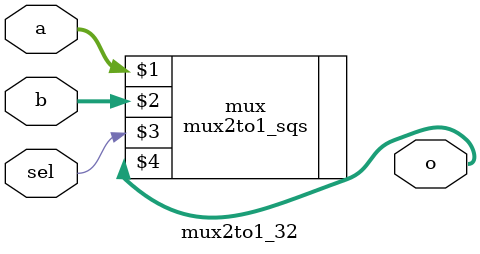
<source format=v>
`timescale 1ns / 1ps

module mux2to1_32(
		input [31:0] a,
		input [31:0] b,
		input sel,
		output [31:0] o
		);
	mux2to1_sqs #(32) mux(a, b, sel, o);
endmodule

</source>
